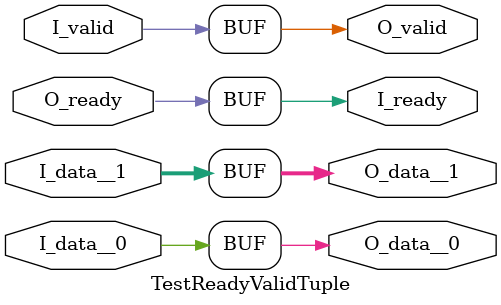
<source format=v>
module TestReadyValidTuple (
    input I_data__0,
    input [4:0] I_data__1,
    output I_ready,
    input I_valid,
    output O_data__0,
    output [4:0] O_data__1,
    input O_ready,
    output O_valid
);
assign I_ready = O_ready;
assign O_data__0 = I_data__0;
assign O_data__1 = I_data__1;
assign O_valid = I_valid;
endmodule


</source>
